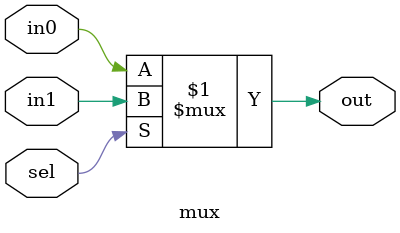
<source format=v>
`timescale 1ns / 1ps


module mux(output out, input sel,in0,in1);
assign out = sel ? in1 : in0;
endmodule

</source>
